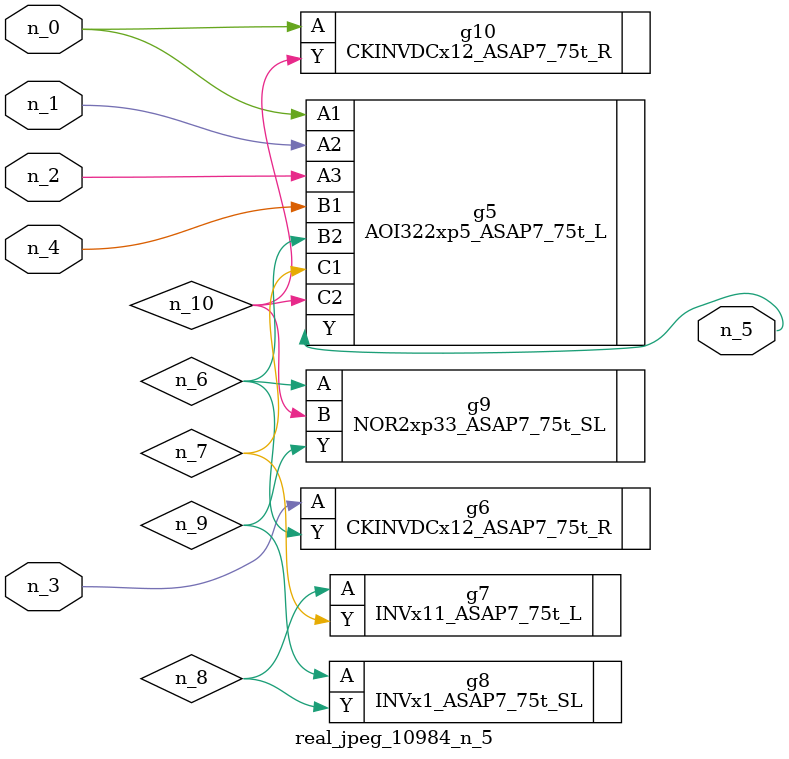
<source format=v>
module real_jpeg_10984_n_5 (n_4, n_0, n_1, n_2, n_3, n_5);

input n_4;
input n_0;
input n_1;
input n_2;
input n_3;

output n_5;

wire n_8;
wire n_6;
wire n_7;
wire n_10;
wire n_9;

AOI322xp5_ASAP7_75t_L g5 ( 
.A1(n_0),
.A2(n_1),
.A3(n_2),
.B1(n_4),
.B2(n_6),
.C1(n_7),
.C2(n_10),
.Y(n_5)
);

CKINVDCx12_ASAP7_75t_R g10 ( 
.A(n_0),
.Y(n_10)
);

CKINVDCx12_ASAP7_75t_R g6 ( 
.A(n_3),
.Y(n_6)
);

NOR2xp33_ASAP7_75t_SL g9 ( 
.A(n_6),
.B(n_10),
.Y(n_9)
);

INVx11_ASAP7_75t_L g7 ( 
.A(n_8),
.Y(n_7)
);

INVx1_ASAP7_75t_SL g8 ( 
.A(n_9),
.Y(n_8)
);


endmodule
</source>
